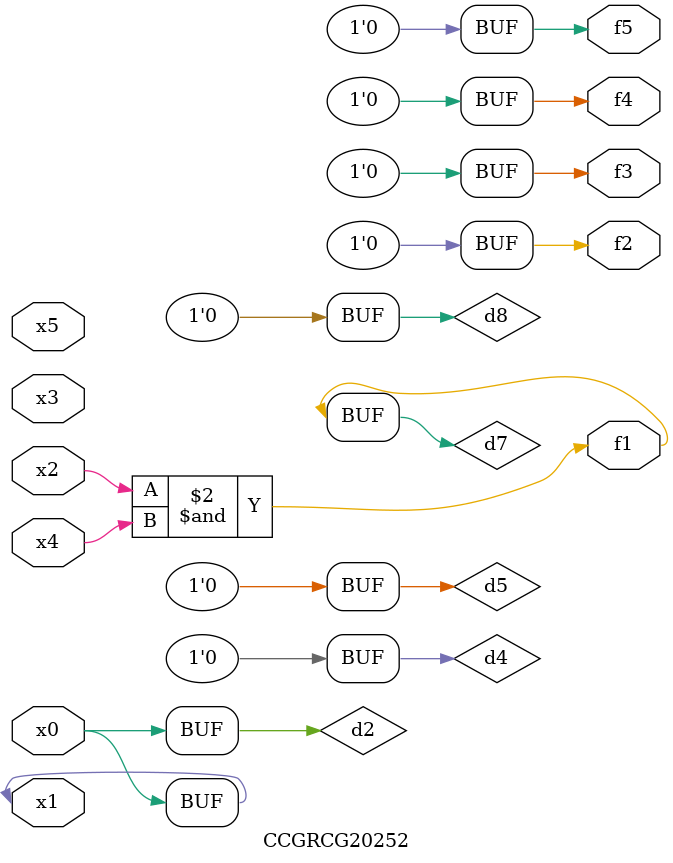
<source format=v>
module CCGRCG20252(
	input x0, x1, x2, x3, x4, x5,
	output f1, f2, f3, f4, f5
);

	wire d1, d2, d3, d4, d5, d6, d7, d8, d9;

	nand (d1, x1);
	buf (d2, x0, x1);
	nand (d3, x2, x4);
	and (d4, d1, d2);
	and (d5, d1, d2);
	nand (d6, d1, d3);
	not (d7, d3);
	xor (d8, d5);
	nor (d9, d5, d6);
	assign f1 = d7;
	assign f2 = d8;
	assign f3 = d8;
	assign f4 = d8;
	assign f5 = d8;
endmodule

</source>
